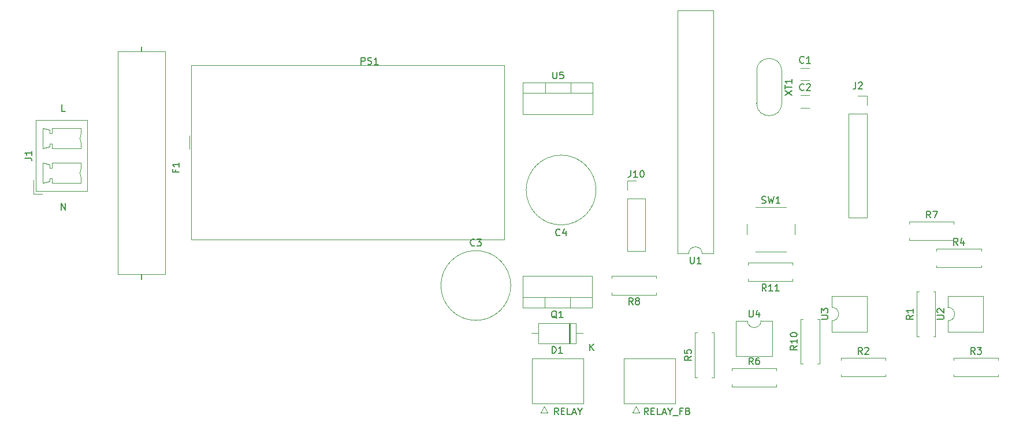
<source format=gbr>
G04 #@! TF.GenerationSoftware,KiCad,Pcbnew,(5.1.5)-3*
G04 #@! TF.CreationDate,2020-07-19T03:42:33+05:30*
G04 #@! TF.ProjectId,HA-V1.0,48412d56-312e-4302-9e6b-696361645f70,rev?*
G04 #@! TF.SameCoordinates,Original*
G04 #@! TF.FileFunction,Legend,Top*
G04 #@! TF.FilePolarity,Positive*
%FSLAX46Y46*%
G04 Gerber Fmt 4.6, Leading zero omitted, Abs format (unit mm)*
G04 Created by KiCad (PCBNEW (5.1.5)-3) date 2020-07-19 03:42:33*
%MOMM*%
%LPD*%
G04 APERTURE LIST*
%ADD10C,0.150000*%
%ADD11C,0.120000*%
G04 APERTURE END LIST*
D10*
X54714285Y-94452380D02*
X54714285Y-93452380D01*
X55285714Y-94452380D01*
X55285714Y-93452380D01*
X55309523Y-79952380D02*
X54833333Y-79952380D01*
X54833333Y-78952380D01*
D11*
X73800000Y-73200000D02*
X73800000Y-98800000D01*
X73800000Y-98800000D02*
X119700000Y-98800000D01*
X73800000Y-73200000D02*
X119700000Y-73200000D01*
X119700000Y-73200000D02*
X119700000Y-98800000D01*
X73500000Y-83500000D02*
X73500000Y-85500000D01*
X156650000Y-78750000D02*
G75*
G03X160350000Y-78750000I1850000J0D01*
G01*
X156650000Y-74050000D02*
G75*
G02X160350000Y-74050000I1850000J0D01*
G01*
X156650000Y-74050000D02*
X156650000Y-78750000D01*
X160350000Y-74050000D02*
X160350000Y-78750000D01*
X129391000Y-75730000D02*
X129391000Y-77240000D01*
X125690000Y-75730000D02*
X125690000Y-77240000D01*
X122420000Y-77240000D02*
X132660000Y-77240000D01*
X132660000Y-75730000D02*
X132660000Y-80371000D01*
X122420000Y-75730000D02*
X122420000Y-80371000D01*
X122420000Y-80371000D02*
X132660000Y-80371000D01*
X122420000Y-75730000D02*
X132660000Y-75730000D01*
X158960000Y-110670000D02*
X157310000Y-110670000D01*
X158960000Y-115870000D02*
X158960000Y-110670000D01*
X153660000Y-115870000D02*
X158960000Y-115870000D01*
X153660000Y-110670000D02*
X153660000Y-115870000D01*
X155310000Y-110670000D02*
X153660000Y-110670000D01*
X157310000Y-110670000D02*
G75*
G02X155310000Y-110670000I-1000000J0D01*
G01*
X167670000Y-107040000D02*
X167670000Y-108690000D01*
X172870000Y-107040000D02*
X167670000Y-107040000D01*
X172870000Y-112340000D02*
X172870000Y-107040000D01*
X167670000Y-112340000D02*
X172870000Y-112340000D01*
X167670000Y-110690000D02*
X167670000Y-112340000D01*
X167670000Y-108690000D02*
G75*
G02X167670000Y-110690000I0J-1000000D01*
G01*
X184670000Y-107040000D02*
X184670000Y-108690000D01*
X189870000Y-107040000D02*
X184670000Y-107040000D01*
X189870000Y-112340000D02*
X189870000Y-107040000D01*
X184670000Y-112340000D02*
X189870000Y-112340000D01*
X184670000Y-110690000D02*
X184670000Y-112340000D01*
X184670000Y-108690000D02*
G75*
G02X184670000Y-110690000I0J-1000000D01*
G01*
X145040000Y-100830000D02*
X146690000Y-100830000D01*
X145040000Y-65150000D02*
X145040000Y-100830000D01*
X150340000Y-65150000D02*
X145040000Y-65150000D01*
X150340000Y-100830000D02*
X150340000Y-65150000D01*
X148690000Y-100830000D02*
X150340000Y-100830000D01*
X146690000Y-100830000D02*
G75*
G02X148690000Y-100830000I1000000J0D01*
G01*
X162250000Y-98000000D02*
X162250000Y-96500000D01*
X161000000Y-94000000D02*
X156500000Y-94000000D01*
X155250000Y-96500000D02*
X155250000Y-98000000D01*
X156500000Y-100500000D02*
X161000000Y-100500000D01*
X155420000Y-102130000D02*
X155420000Y-102460000D01*
X161960000Y-102130000D02*
X155420000Y-102130000D01*
X161960000Y-102460000D02*
X161960000Y-102130000D01*
X155420000Y-104870000D02*
X155420000Y-104540000D01*
X161960000Y-104870000D02*
X155420000Y-104870000D01*
X161960000Y-104540000D02*
X161960000Y-104870000D01*
X165870000Y-110420000D02*
X165540000Y-110420000D01*
X165870000Y-116960000D02*
X165870000Y-110420000D01*
X165540000Y-116960000D02*
X165870000Y-116960000D01*
X163130000Y-110420000D02*
X163460000Y-110420000D01*
X163130000Y-116960000D02*
X163130000Y-110420000D01*
X163460000Y-116960000D02*
X163130000Y-116960000D01*
X135420000Y-104130000D02*
X135420000Y-104460000D01*
X141960000Y-104130000D02*
X135420000Y-104130000D01*
X141960000Y-104460000D02*
X141960000Y-104130000D01*
X135420000Y-106870000D02*
X135420000Y-106540000D01*
X141960000Y-106870000D02*
X135420000Y-106870000D01*
X141960000Y-106540000D02*
X141960000Y-106870000D01*
X185580000Y-98870000D02*
X185580000Y-98540000D01*
X179040000Y-98870000D02*
X185580000Y-98870000D01*
X179040000Y-98540000D02*
X179040000Y-98870000D01*
X185580000Y-96130000D02*
X185580000Y-96460000D01*
X179040000Y-96130000D02*
X185580000Y-96130000D01*
X179040000Y-96460000D02*
X179040000Y-96130000D01*
X159580000Y-120370000D02*
X159580000Y-120040000D01*
X153040000Y-120370000D02*
X159580000Y-120370000D01*
X153040000Y-120040000D02*
X153040000Y-120370000D01*
X159580000Y-117630000D02*
X159580000Y-117960000D01*
X153040000Y-117630000D02*
X159580000Y-117630000D01*
X153040000Y-117960000D02*
X153040000Y-117630000D01*
X150370000Y-112420000D02*
X150040000Y-112420000D01*
X150370000Y-118960000D02*
X150370000Y-112420000D01*
X150040000Y-118960000D02*
X150370000Y-118960000D01*
X147630000Y-112420000D02*
X147960000Y-112420000D01*
X147630000Y-118960000D02*
X147630000Y-112420000D01*
X147960000Y-118960000D02*
X147630000Y-118960000D01*
X189580000Y-102870000D02*
X189580000Y-102540000D01*
X183040000Y-102870000D02*
X189580000Y-102870000D01*
X183040000Y-102540000D02*
X183040000Y-102870000D01*
X189580000Y-100130000D02*
X189580000Y-100460000D01*
X183040000Y-100130000D02*
X189580000Y-100130000D01*
X183040000Y-100460000D02*
X183040000Y-100130000D01*
X192080000Y-118870000D02*
X192080000Y-118540000D01*
X185540000Y-118870000D02*
X192080000Y-118870000D01*
X185540000Y-118540000D02*
X185540000Y-118870000D01*
X192080000Y-116130000D02*
X192080000Y-116460000D01*
X185540000Y-116130000D02*
X192080000Y-116130000D01*
X185540000Y-116460000D02*
X185540000Y-116130000D01*
X175580000Y-118870000D02*
X175580000Y-118540000D01*
X169040000Y-118870000D02*
X175580000Y-118870000D01*
X169040000Y-118540000D02*
X169040000Y-118870000D01*
X175580000Y-116130000D02*
X175580000Y-116460000D01*
X169040000Y-116130000D02*
X175580000Y-116130000D01*
X169040000Y-116460000D02*
X169040000Y-116130000D01*
X182870000Y-106420000D02*
X182540000Y-106420000D01*
X182870000Y-112960000D02*
X182870000Y-106420000D01*
X182540000Y-112960000D02*
X182870000Y-112960000D01*
X180130000Y-106420000D02*
X180460000Y-106420000D01*
X180130000Y-112960000D02*
X180130000Y-106420000D01*
X180460000Y-112960000D02*
X180130000Y-112960000D01*
X125609000Y-108770000D02*
X125609000Y-107260000D01*
X129310000Y-108770000D02*
X129310000Y-107260000D01*
X132580000Y-107260000D02*
X122340000Y-107260000D01*
X122340000Y-108770000D02*
X122340000Y-104129000D01*
X132580000Y-108770000D02*
X132580000Y-104129000D01*
X132580000Y-104129000D02*
X122340000Y-104129000D01*
X132580000Y-108770000D02*
X122340000Y-108770000D01*
X137670000Y-90170000D02*
X139000000Y-90170000D01*
X137670000Y-91500000D02*
X137670000Y-90170000D01*
X137670000Y-92770000D02*
X140330000Y-92770000D01*
X140330000Y-92770000D02*
X140330000Y-100450000D01*
X137670000Y-92770000D02*
X137670000Y-100450000D01*
X137670000Y-100450000D02*
X140330000Y-100450000D01*
X126000000Y-124200000D02*
X125000000Y-124200000D01*
X125500000Y-123200000D02*
X126000000Y-124200000D01*
X125000000Y-124200000D02*
X125500000Y-123200000D01*
X131240000Y-122810000D02*
X127480000Y-122810000D01*
X131240000Y-116190000D02*
X131240000Y-122810000D01*
X127480000Y-116190000D02*
X131240000Y-116190000D01*
X123720000Y-122810000D02*
X127480000Y-122810000D01*
X123720000Y-116190000D02*
X123720000Y-122810000D01*
X127480000Y-116190000D02*
X123720000Y-116190000D01*
X139500000Y-124200000D02*
X138500000Y-124200000D01*
X139000000Y-123200000D02*
X139500000Y-124200000D01*
X138500000Y-124200000D02*
X139000000Y-123200000D01*
X144740000Y-122810000D02*
X140980000Y-122810000D01*
X144740000Y-116190000D02*
X144740000Y-122810000D01*
X140980000Y-116190000D02*
X144740000Y-116190000D01*
X137220000Y-122810000D02*
X140980000Y-122810000D01*
X137220000Y-116190000D02*
X137220000Y-122810000D01*
X140980000Y-116190000D02*
X137220000Y-116190000D01*
X171500000Y-77670000D02*
X172830000Y-77670000D01*
X172830000Y-77670000D02*
X172830000Y-79000000D01*
X172830000Y-80270000D02*
X172830000Y-95570000D01*
X170170000Y-95570000D02*
X172830000Y-95570000D01*
X170170000Y-80270000D02*
X170170000Y-95570000D01*
X170170000Y-80270000D02*
X172830000Y-80270000D01*
X50650000Y-92040000D02*
X50650000Y-90040000D01*
X51900000Y-92040000D02*
X50650000Y-92040000D01*
X57650000Y-82420000D02*
X57650000Y-83170000D01*
X53350000Y-82420000D02*
X57650000Y-82420000D01*
X53350000Y-83170000D02*
X53350000Y-82420000D01*
X53000000Y-83170000D02*
X53350000Y-83170000D01*
X53000000Y-82670000D02*
X53000000Y-83170000D01*
X52000000Y-82420000D02*
X53000000Y-82670000D01*
X52000000Y-85420000D02*
X52000000Y-82420000D01*
X53000000Y-85170000D02*
X52000000Y-85420000D01*
X53000000Y-84670000D02*
X53000000Y-85170000D01*
X53350000Y-84670000D02*
X53000000Y-84670000D01*
X53350000Y-85420000D02*
X53350000Y-84670000D01*
X57650000Y-85420000D02*
X53350000Y-85420000D01*
X57650000Y-84670000D02*
X57650000Y-85420000D01*
X57650000Y-87500000D02*
X57650000Y-88250000D01*
X53350000Y-87500000D02*
X57650000Y-87500000D01*
X53350000Y-88250000D02*
X53350000Y-87500000D01*
X53000000Y-88250000D02*
X53350000Y-88250000D01*
X53000000Y-87750000D02*
X53000000Y-88250000D01*
X52000000Y-87500000D02*
X53000000Y-87750000D01*
X52000000Y-90500000D02*
X52000000Y-87500000D01*
X53000000Y-90250000D02*
X52000000Y-90500000D01*
X53000000Y-89750000D02*
X53000000Y-90250000D01*
X53350000Y-89750000D02*
X53000000Y-89750000D01*
X53350000Y-90500000D02*
X53350000Y-89750000D01*
X57650000Y-90500000D02*
X53350000Y-90500000D01*
X57650000Y-89750000D02*
X57650000Y-90500000D01*
X51040000Y-81270000D02*
X51040000Y-91650000D01*
X58510000Y-81270000D02*
X51040000Y-81270000D01*
X58510000Y-91650000D02*
X58510000Y-81270000D01*
X51040000Y-91650000D02*
X58510000Y-91650000D01*
X57649845Y-83170353D02*
G75*
G03X57650000Y-84670000I1700155J-749647D01*
G01*
X57649845Y-88250353D02*
G75*
G03X57650000Y-89750000I1700155J-749647D01*
G01*
X70000000Y-103820000D02*
X70000000Y-71180000D01*
X70000000Y-71180000D02*
X63000000Y-71180000D01*
X63000000Y-103820000D02*
X70000000Y-103820000D01*
X63000000Y-103820000D02*
X63000000Y-71180000D01*
D10*
X66500000Y-104600000D02*
X66500000Y-103820000D01*
X66500000Y-71180000D02*
X66500000Y-70500000D01*
D11*
X129360000Y-113970000D02*
X129360000Y-111030000D01*
X129120000Y-113970000D02*
X129120000Y-111030000D01*
X129240000Y-113970000D02*
X129240000Y-111030000D01*
X123680000Y-112500000D02*
X124700000Y-112500000D01*
X131160000Y-112500000D02*
X130140000Y-112500000D01*
X124700000Y-113970000D02*
X130140000Y-113970000D01*
X124700000Y-111030000D02*
X124700000Y-113970000D01*
X130140000Y-111030000D02*
X124700000Y-111030000D01*
X130140000Y-113970000D02*
X130140000Y-111030000D01*
X133120000Y-91500000D02*
G75*
G03X133120000Y-91500000I-5120000J0D01*
G01*
X120620000Y-105500000D02*
G75*
G03X120620000Y-105500000I-5120000J0D01*
G01*
X163121000Y-79420000D02*
X164379000Y-79420000D01*
X163121000Y-77580000D02*
X164379000Y-77580000D01*
X163121000Y-75420000D02*
X164379000Y-75420000D01*
X163121000Y-73580000D02*
X164379000Y-73580000D01*
D10*
X98705714Y-73072380D02*
X98705714Y-72072380D01*
X99086666Y-72072380D01*
X99181904Y-72120000D01*
X99229523Y-72167619D01*
X99277142Y-72262857D01*
X99277142Y-72405714D01*
X99229523Y-72500952D01*
X99181904Y-72548571D01*
X99086666Y-72596190D01*
X98705714Y-72596190D01*
X99658095Y-73024761D02*
X99800952Y-73072380D01*
X100039047Y-73072380D01*
X100134285Y-73024761D01*
X100181904Y-72977142D01*
X100229523Y-72881904D01*
X100229523Y-72786666D01*
X100181904Y-72691428D01*
X100134285Y-72643809D01*
X100039047Y-72596190D01*
X99848571Y-72548571D01*
X99753333Y-72500952D01*
X99705714Y-72453333D01*
X99658095Y-72358095D01*
X99658095Y-72262857D01*
X99705714Y-72167619D01*
X99753333Y-72120000D01*
X99848571Y-72072380D01*
X100086666Y-72072380D01*
X100229523Y-72120000D01*
X101181904Y-73072380D02*
X100610476Y-73072380D01*
X100896190Y-73072380D02*
X100896190Y-72072380D01*
X100800952Y-72215238D01*
X100705714Y-72310476D01*
X100610476Y-72358095D01*
X160802380Y-77590476D02*
X161802380Y-76923809D01*
X160802380Y-76923809D02*
X161802380Y-77590476D01*
X160802380Y-76685714D02*
X160802380Y-76114285D01*
X161802380Y-76400000D02*
X160802380Y-76400000D01*
X161802380Y-75257142D02*
X161802380Y-75828571D01*
X161802380Y-75542857D02*
X160802380Y-75542857D01*
X160945238Y-75638095D01*
X161040476Y-75733333D01*
X161088095Y-75828571D01*
X126778095Y-74182380D02*
X126778095Y-74991904D01*
X126825714Y-75087142D01*
X126873333Y-75134761D01*
X126968571Y-75182380D01*
X127159047Y-75182380D01*
X127254285Y-75134761D01*
X127301904Y-75087142D01*
X127349523Y-74991904D01*
X127349523Y-74182380D01*
X128301904Y-74182380D02*
X127825714Y-74182380D01*
X127778095Y-74658571D01*
X127825714Y-74610952D01*
X127920952Y-74563333D01*
X128159047Y-74563333D01*
X128254285Y-74610952D01*
X128301904Y-74658571D01*
X128349523Y-74753809D01*
X128349523Y-74991904D01*
X128301904Y-75087142D01*
X128254285Y-75134761D01*
X128159047Y-75182380D01*
X127920952Y-75182380D01*
X127825714Y-75134761D01*
X127778095Y-75087142D01*
X155548095Y-109122380D02*
X155548095Y-109931904D01*
X155595714Y-110027142D01*
X155643333Y-110074761D01*
X155738571Y-110122380D01*
X155929047Y-110122380D01*
X156024285Y-110074761D01*
X156071904Y-110027142D01*
X156119523Y-109931904D01*
X156119523Y-109122380D01*
X157024285Y-109455714D02*
X157024285Y-110122380D01*
X156786190Y-109074761D02*
X156548095Y-109789047D01*
X157167142Y-109789047D01*
X166122380Y-110451904D02*
X166931904Y-110451904D01*
X167027142Y-110404285D01*
X167074761Y-110356666D01*
X167122380Y-110261428D01*
X167122380Y-110070952D01*
X167074761Y-109975714D01*
X167027142Y-109928095D01*
X166931904Y-109880476D01*
X166122380Y-109880476D01*
X166122380Y-109499523D02*
X166122380Y-108880476D01*
X166503333Y-109213809D01*
X166503333Y-109070952D01*
X166550952Y-108975714D01*
X166598571Y-108928095D01*
X166693809Y-108880476D01*
X166931904Y-108880476D01*
X167027142Y-108928095D01*
X167074761Y-108975714D01*
X167122380Y-109070952D01*
X167122380Y-109356666D01*
X167074761Y-109451904D01*
X167027142Y-109499523D01*
X183122380Y-110451904D02*
X183931904Y-110451904D01*
X184027142Y-110404285D01*
X184074761Y-110356666D01*
X184122380Y-110261428D01*
X184122380Y-110070952D01*
X184074761Y-109975714D01*
X184027142Y-109928095D01*
X183931904Y-109880476D01*
X183122380Y-109880476D01*
X183217619Y-109451904D02*
X183170000Y-109404285D01*
X183122380Y-109309047D01*
X183122380Y-109070952D01*
X183170000Y-108975714D01*
X183217619Y-108928095D01*
X183312857Y-108880476D01*
X183408095Y-108880476D01*
X183550952Y-108928095D01*
X184122380Y-109499523D01*
X184122380Y-108880476D01*
X146928095Y-101282380D02*
X146928095Y-102091904D01*
X146975714Y-102187142D01*
X147023333Y-102234761D01*
X147118571Y-102282380D01*
X147309047Y-102282380D01*
X147404285Y-102234761D01*
X147451904Y-102187142D01*
X147499523Y-102091904D01*
X147499523Y-101282380D01*
X148499523Y-102282380D02*
X147928095Y-102282380D01*
X148213809Y-102282380D02*
X148213809Y-101282380D01*
X148118571Y-101425238D01*
X148023333Y-101520476D01*
X147928095Y-101568095D01*
X157416666Y-93404761D02*
X157559523Y-93452380D01*
X157797619Y-93452380D01*
X157892857Y-93404761D01*
X157940476Y-93357142D01*
X157988095Y-93261904D01*
X157988095Y-93166666D01*
X157940476Y-93071428D01*
X157892857Y-93023809D01*
X157797619Y-92976190D01*
X157607142Y-92928571D01*
X157511904Y-92880952D01*
X157464285Y-92833333D01*
X157416666Y-92738095D01*
X157416666Y-92642857D01*
X157464285Y-92547619D01*
X157511904Y-92500000D01*
X157607142Y-92452380D01*
X157845238Y-92452380D01*
X157988095Y-92500000D01*
X158321428Y-92452380D02*
X158559523Y-93452380D01*
X158750000Y-92738095D01*
X158940476Y-93452380D01*
X159178571Y-92452380D01*
X160083333Y-93452380D02*
X159511904Y-93452380D01*
X159797619Y-93452380D02*
X159797619Y-92452380D01*
X159702380Y-92595238D01*
X159607142Y-92690476D01*
X159511904Y-92738095D01*
X158047142Y-106322380D02*
X157713809Y-105846190D01*
X157475714Y-106322380D02*
X157475714Y-105322380D01*
X157856666Y-105322380D01*
X157951904Y-105370000D01*
X157999523Y-105417619D01*
X158047142Y-105512857D01*
X158047142Y-105655714D01*
X157999523Y-105750952D01*
X157951904Y-105798571D01*
X157856666Y-105846190D01*
X157475714Y-105846190D01*
X158999523Y-106322380D02*
X158428095Y-106322380D01*
X158713809Y-106322380D02*
X158713809Y-105322380D01*
X158618571Y-105465238D01*
X158523333Y-105560476D01*
X158428095Y-105608095D01*
X159951904Y-106322380D02*
X159380476Y-106322380D01*
X159666190Y-106322380D02*
X159666190Y-105322380D01*
X159570952Y-105465238D01*
X159475714Y-105560476D01*
X159380476Y-105608095D01*
X162582380Y-114332857D02*
X162106190Y-114666190D01*
X162582380Y-114904285D02*
X161582380Y-114904285D01*
X161582380Y-114523333D01*
X161630000Y-114428095D01*
X161677619Y-114380476D01*
X161772857Y-114332857D01*
X161915714Y-114332857D01*
X162010952Y-114380476D01*
X162058571Y-114428095D01*
X162106190Y-114523333D01*
X162106190Y-114904285D01*
X162582380Y-113380476D02*
X162582380Y-113951904D01*
X162582380Y-113666190D02*
X161582380Y-113666190D01*
X161725238Y-113761428D01*
X161820476Y-113856666D01*
X161868095Y-113951904D01*
X161582380Y-112761428D02*
X161582380Y-112666190D01*
X161630000Y-112570952D01*
X161677619Y-112523333D01*
X161772857Y-112475714D01*
X161963333Y-112428095D01*
X162201428Y-112428095D01*
X162391904Y-112475714D01*
X162487142Y-112523333D01*
X162534761Y-112570952D01*
X162582380Y-112666190D01*
X162582380Y-112761428D01*
X162534761Y-112856666D01*
X162487142Y-112904285D01*
X162391904Y-112951904D01*
X162201428Y-112999523D01*
X161963333Y-112999523D01*
X161772857Y-112951904D01*
X161677619Y-112904285D01*
X161630000Y-112856666D01*
X161582380Y-112761428D01*
X138523333Y-108322380D02*
X138190000Y-107846190D01*
X137951904Y-108322380D02*
X137951904Y-107322380D01*
X138332857Y-107322380D01*
X138428095Y-107370000D01*
X138475714Y-107417619D01*
X138523333Y-107512857D01*
X138523333Y-107655714D01*
X138475714Y-107750952D01*
X138428095Y-107798571D01*
X138332857Y-107846190D01*
X137951904Y-107846190D01*
X139094761Y-107750952D02*
X138999523Y-107703333D01*
X138951904Y-107655714D01*
X138904285Y-107560476D01*
X138904285Y-107512857D01*
X138951904Y-107417619D01*
X138999523Y-107370000D01*
X139094761Y-107322380D01*
X139285238Y-107322380D01*
X139380476Y-107370000D01*
X139428095Y-107417619D01*
X139475714Y-107512857D01*
X139475714Y-107560476D01*
X139428095Y-107655714D01*
X139380476Y-107703333D01*
X139285238Y-107750952D01*
X139094761Y-107750952D01*
X138999523Y-107798571D01*
X138951904Y-107846190D01*
X138904285Y-107941428D01*
X138904285Y-108131904D01*
X138951904Y-108227142D01*
X138999523Y-108274761D01*
X139094761Y-108322380D01*
X139285238Y-108322380D01*
X139380476Y-108274761D01*
X139428095Y-108227142D01*
X139475714Y-108131904D01*
X139475714Y-107941428D01*
X139428095Y-107846190D01*
X139380476Y-107798571D01*
X139285238Y-107750952D01*
X182143333Y-95582380D02*
X181810000Y-95106190D01*
X181571904Y-95582380D02*
X181571904Y-94582380D01*
X181952857Y-94582380D01*
X182048095Y-94630000D01*
X182095714Y-94677619D01*
X182143333Y-94772857D01*
X182143333Y-94915714D01*
X182095714Y-95010952D01*
X182048095Y-95058571D01*
X181952857Y-95106190D01*
X181571904Y-95106190D01*
X182476666Y-94582380D02*
X183143333Y-94582380D01*
X182714761Y-95582380D01*
X156143333Y-117082380D02*
X155810000Y-116606190D01*
X155571904Y-117082380D02*
X155571904Y-116082380D01*
X155952857Y-116082380D01*
X156048095Y-116130000D01*
X156095714Y-116177619D01*
X156143333Y-116272857D01*
X156143333Y-116415714D01*
X156095714Y-116510952D01*
X156048095Y-116558571D01*
X155952857Y-116606190D01*
X155571904Y-116606190D01*
X157000476Y-116082380D02*
X156810000Y-116082380D01*
X156714761Y-116130000D01*
X156667142Y-116177619D01*
X156571904Y-116320476D01*
X156524285Y-116510952D01*
X156524285Y-116891904D01*
X156571904Y-116987142D01*
X156619523Y-117034761D01*
X156714761Y-117082380D01*
X156905238Y-117082380D01*
X157000476Y-117034761D01*
X157048095Y-116987142D01*
X157095714Y-116891904D01*
X157095714Y-116653809D01*
X157048095Y-116558571D01*
X157000476Y-116510952D01*
X156905238Y-116463333D01*
X156714761Y-116463333D01*
X156619523Y-116510952D01*
X156571904Y-116558571D01*
X156524285Y-116653809D01*
X147082380Y-115856666D02*
X146606190Y-116190000D01*
X147082380Y-116428095D02*
X146082380Y-116428095D01*
X146082380Y-116047142D01*
X146130000Y-115951904D01*
X146177619Y-115904285D01*
X146272857Y-115856666D01*
X146415714Y-115856666D01*
X146510952Y-115904285D01*
X146558571Y-115951904D01*
X146606190Y-116047142D01*
X146606190Y-116428095D01*
X146082380Y-114951904D02*
X146082380Y-115428095D01*
X146558571Y-115475714D01*
X146510952Y-115428095D01*
X146463333Y-115332857D01*
X146463333Y-115094761D01*
X146510952Y-114999523D01*
X146558571Y-114951904D01*
X146653809Y-114904285D01*
X146891904Y-114904285D01*
X146987142Y-114951904D01*
X147034761Y-114999523D01*
X147082380Y-115094761D01*
X147082380Y-115332857D01*
X147034761Y-115428095D01*
X146987142Y-115475714D01*
X186143333Y-99582380D02*
X185810000Y-99106190D01*
X185571904Y-99582380D02*
X185571904Y-98582380D01*
X185952857Y-98582380D01*
X186048095Y-98630000D01*
X186095714Y-98677619D01*
X186143333Y-98772857D01*
X186143333Y-98915714D01*
X186095714Y-99010952D01*
X186048095Y-99058571D01*
X185952857Y-99106190D01*
X185571904Y-99106190D01*
X187000476Y-98915714D02*
X187000476Y-99582380D01*
X186762380Y-98534761D02*
X186524285Y-99249047D01*
X187143333Y-99249047D01*
X188643333Y-115582380D02*
X188310000Y-115106190D01*
X188071904Y-115582380D02*
X188071904Y-114582380D01*
X188452857Y-114582380D01*
X188548095Y-114630000D01*
X188595714Y-114677619D01*
X188643333Y-114772857D01*
X188643333Y-114915714D01*
X188595714Y-115010952D01*
X188548095Y-115058571D01*
X188452857Y-115106190D01*
X188071904Y-115106190D01*
X188976666Y-114582380D02*
X189595714Y-114582380D01*
X189262380Y-114963333D01*
X189405238Y-114963333D01*
X189500476Y-115010952D01*
X189548095Y-115058571D01*
X189595714Y-115153809D01*
X189595714Y-115391904D01*
X189548095Y-115487142D01*
X189500476Y-115534761D01*
X189405238Y-115582380D01*
X189119523Y-115582380D01*
X189024285Y-115534761D01*
X188976666Y-115487142D01*
X172143333Y-115582380D02*
X171810000Y-115106190D01*
X171571904Y-115582380D02*
X171571904Y-114582380D01*
X171952857Y-114582380D01*
X172048095Y-114630000D01*
X172095714Y-114677619D01*
X172143333Y-114772857D01*
X172143333Y-114915714D01*
X172095714Y-115010952D01*
X172048095Y-115058571D01*
X171952857Y-115106190D01*
X171571904Y-115106190D01*
X172524285Y-114677619D02*
X172571904Y-114630000D01*
X172667142Y-114582380D01*
X172905238Y-114582380D01*
X173000476Y-114630000D01*
X173048095Y-114677619D01*
X173095714Y-114772857D01*
X173095714Y-114868095D01*
X173048095Y-115010952D01*
X172476666Y-115582380D01*
X173095714Y-115582380D01*
X179582380Y-109856666D02*
X179106190Y-110190000D01*
X179582380Y-110428095D02*
X178582380Y-110428095D01*
X178582380Y-110047142D01*
X178630000Y-109951904D01*
X178677619Y-109904285D01*
X178772857Y-109856666D01*
X178915714Y-109856666D01*
X179010952Y-109904285D01*
X179058571Y-109951904D01*
X179106190Y-110047142D01*
X179106190Y-110428095D01*
X179582380Y-108904285D02*
X179582380Y-109475714D01*
X179582380Y-109190000D02*
X178582380Y-109190000D01*
X178725238Y-109285238D01*
X178820476Y-109380476D01*
X178868095Y-109475714D01*
X127364761Y-110317619D02*
X127269523Y-110270000D01*
X127174285Y-110174761D01*
X127031428Y-110031904D01*
X126936190Y-109984285D01*
X126840952Y-109984285D01*
X126888571Y-110222380D02*
X126793333Y-110174761D01*
X126698095Y-110079523D01*
X126650476Y-109889047D01*
X126650476Y-109555714D01*
X126698095Y-109365238D01*
X126793333Y-109270000D01*
X126888571Y-109222380D01*
X127079047Y-109222380D01*
X127174285Y-109270000D01*
X127269523Y-109365238D01*
X127317142Y-109555714D01*
X127317142Y-109889047D01*
X127269523Y-110079523D01*
X127174285Y-110174761D01*
X127079047Y-110222380D01*
X126888571Y-110222380D01*
X128269523Y-110222380D02*
X127698095Y-110222380D01*
X127983809Y-110222380D02*
X127983809Y-109222380D01*
X127888571Y-109365238D01*
X127793333Y-109460476D01*
X127698095Y-109508095D01*
X138190476Y-88622380D02*
X138190476Y-89336666D01*
X138142857Y-89479523D01*
X138047619Y-89574761D01*
X137904761Y-89622380D01*
X137809523Y-89622380D01*
X139190476Y-89622380D02*
X138619047Y-89622380D01*
X138904761Y-89622380D02*
X138904761Y-88622380D01*
X138809523Y-88765238D01*
X138714285Y-88860476D01*
X138619047Y-88908095D01*
X139809523Y-88622380D02*
X139904761Y-88622380D01*
X140000000Y-88670000D01*
X140047619Y-88717619D01*
X140095238Y-88812857D01*
X140142857Y-89003333D01*
X140142857Y-89241428D01*
X140095238Y-89431904D01*
X140047619Y-89527142D01*
X140000000Y-89574761D01*
X139904761Y-89622380D01*
X139809523Y-89622380D01*
X139714285Y-89574761D01*
X139666666Y-89527142D01*
X139619047Y-89431904D01*
X139571428Y-89241428D01*
X139571428Y-89003333D01*
X139619047Y-88812857D01*
X139666666Y-88717619D01*
X139714285Y-88670000D01*
X139809523Y-88622380D01*
X127595238Y-124452380D02*
X127261904Y-123976190D01*
X127023809Y-124452380D02*
X127023809Y-123452380D01*
X127404761Y-123452380D01*
X127500000Y-123500000D01*
X127547619Y-123547619D01*
X127595238Y-123642857D01*
X127595238Y-123785714D01*
X127547619Y-123880952D01*
X127500000Y-123928571D01*
X127404761Y-123976190D01*
X127023809Y-123976190D01*
X128023809Y-123928571D02*
X128357142Y-123928571D01*
X128500000Y-124452380D02*
X128023809Y-124452380D01*
X128023809Y-123452380D01*
X128500000Y-123452380D01*
X129404761Y-124452380D02*
X128928571Y-124452380D01*
X128928571Y-123452380D01*
X129690476Y-124166666D02*
X130166666Y-124166666D01*
X129595238Y-124452380D02*
X129928571Y-123452380D01*
X130261904Y-124452380D01*
X130785714Y-123976190D02*
X130785714Y-124452380D01*
X130452380Y-123452380D02*
X130785714Y-123976190D01*
X131119047Y-123452380D01*
X140785714Y-124452380D02*
X140452380Y-123976190D01*
X140214285Y-124452380D02*
X140214285Y-123452380D01*
X140595238Y-123452380D01*
X140690476Y-123500000D01*
X140738095Y-123547619D01*
X140785714Y-123642857D01*
X140785714Y-123785714D01*
X140738095Y-123880952D01*
X140690476Y-123928571D01*
X140595238Y-123976190D01*
X140214285Y-123976190D01*
X141214285Y-123928571D02*
X141547619Y-123928571D01*
X141690476Y-124452380D02*
X141214285Y-124452380D01*
X141214285Y-123452380D01*
X141690476Y-123452380D01*
X142595238Y-124452380D02*
X142119047Y-124452380D01*
X142119047Y-123452380D01*
X142880952Y-124166666D02*
X143357142Y-124166666D01*
X142785714Y-124452380D02*
X143119047Y-123452380D01*
X143452380Y-124452380D01*
X143976190Y-123976190D02*
X143976190Y-124452380D01*
X143642857Y-123452380D02*
X143976190Y-123976190D01*
X144309523Y-123452380D01*
X144404761Y-124547619D02*
X145166666Y-124547619D01*
X145738095Y-123928571D02*
X145404761Y-123928571D01*
X145404761Y-124452380D02*
X145404761Y-123452380D01*
X145880952Y-123452380D01*
X146595238Y-123928571D02*
X146738095Y-123976190D01*
X146785714Y-124023809D01*
X146833333Y-124119047D01*
X146833333Y-124261904D01*
X146785714Y-124357142D01*
X146738095Y-124404761D01*
X146642857Y-124452380D01*
X146261904Y-124452380D01*
X146261904Y-123452380D01*
X146595238Y-123452380D01*
X146690476Y-123500000D01*
X146738095Y-123547619D01*
X146785714Y-123642857D01*
X146785714Y-123738095D01*
X146738095Y-123833333D01*
X146690476Y-123880952D01*
X146595238Y-123928571D01*
X146261904Y-123928571D01*
X171166666Y-75682380D02*
X171166666Y-76396666D01*
X171119047Y-76539523D01*
X171023809Y-76634761D01*
X170880952Y-76682380D01*
X170785714Y-76682380D01*
X171595238Y-75777619D02*
X171642857Y-75730000D01*
X171738095Y-75682380D01*
X171976190Y-75682380D01*
X172071428Y-75730000D01*
X172119047Y-75777619D01*
X172166666Y-75872857D01*
X172166666Y-75968095D01*
X172119047Y-76110952D01*
X171547619Y-76682380D01*
X172166666Y-76682380D01*
X49402380Y-86793333D02*
X50116666Y-86793333D01*
X50259523Y-86840952D01*
X50354761Y-86936190D01*
X50402380Y-87079047D01*
X50402380Y-87174285D01*
X50402380Y-85793333D02*
X50402380Y-86364761D01*
X50402380Y-86079047D02*
X49402380Y-86079047D01*
X49545238Y-86174285D01*
X49640476Y-86269523D01*
X49688095Y-86364761D01*
X71508571Y-88553333D02*
X71508571Y-88886666D01*
X72032380Y-88886666D02*
X71032380Y-88886666D01*
X71032380Y-88410476D01*
X72032380Y-87505714D02*
X72032380Y-88077142D01*
X72032380Y-87791428D02*
X71032380Y-87791428D01*
X71175238Y-87886666D01*
X71270476Y-87981904D01*
X71318095Y-88077142D01*
X126681904Y-115422380D02*
X126681904Y-114422380D01*
X126920000Y-114422380D01*
X127062857Y-114470000D01*
X127158095Y-114565238D01*
X127205714Y-114660476D01*
X127253333Y-114850952D01*
X127253333Y-114993809D01*
X127205714Y-115184285D01*
X127158095Y-115279523D01*
X127062857Y-115374761D01*
X126920000Y-115422380D01*
X126681904Y-115422380D01*
X128205714Y-115422380D02*
X127634285Y-115422380D01*
X127920000Y-115422380D02*
X127920000Y-114422380D01*
X127824761Y-114565238D01*
X127729523Y-114660476D01*
X127634285Y-114708095D01*
X132238095Y-115052380D02*
X132238095Y-114052380D01*
X132809523Y-115052380D02*
X132380952Y-114480952D01*
X132809523Y-114052380D02*
X132238095Y-114623809D01*
X127833333Y-98107142D02*
X127785714Y-98154761D01*
X127642857Y-98202380D01*
X127547619Y-98202380D01*
X127404761Y-98154761D01*
X127309523Y-98059523D01*
X127261904Y-97964285D01*
X127214285Y-97773809D01*
X127214285Y-97630952D01*
X127261904Y-97440476D01*
X127309523Y-97345238D01*
X127404761Y-97250000D01*
X127547619Y-97202380D01*
X127642857Y-97202380D01*
X127785714Y-97250000D01*
X127833333Y-97297619D01*
X128690476Y-97535714D02*
X128690476Y-98202380D01*
X128452380Y-97154761D02*
X128214285Y-97869047D01*
X128833333Y-97869047D01*
X115333333Y-99607142D02*
X115285714Y-99654761D01*
X115142857Y-99702380D01*
X115047619Y-99702380D01*
X114904761Y-99654761D01*
X114809523Y-99559523D01*
X114761904Y-99464285D01*
X114714285Y-99273809D01*
X114714285Y-99130952D01*
X114761904Y-98940476D01*
X114809523Y-98845238D01*
X114904761Y-98750000D01*
X115047619Y-98702380D01*
X115142857Y-98702380D01*
X115285714Y-98750000D01*
X115333333Y-98797619D01*
X115666666Y-98702380D02*
X116285714Y-98702380D01*
X115952380Y-99083333D01*
X116095238Y-99083333D01*
X116190476Y-99130952D01*
X116238095Y-99178571D01*
X116285714Y-99273809D01*
X116285714Y-99511904D01*
X116238095Y-99607142D01*
X116190476Y-99654761D01*
X116095238Y-99702380D01*
X115809523Y-99702380D01*
X115714285Y-99654761D01*
X115666666Y-99607142D01*
X163583333Y-76807142D02*
X163535714Y-76854761D01*
X163392857Y-76902380D01*
X163297619Y-76902380D01*
X163154761Y-76854761D01*
X163059523Y-76759523D01*
X163011904Y-76664285D01*
X162964285Y-76473809D01*
X162964285Y-76330952D01*
X163011904Y-76140476D01*
X163059523Y-76045238D01*
X163154761Y-75950000D01*
X163297619Y-75902380D01*
X163392857Y-75902380D01*
X163535714Y-75950000D01*
X163583333Y-75997619D01*
X163964285Y-75997619D02*
X164011904Y-75950000D01*
X164107142Y-75902380D01*
X164345238Y-75902380D01*
X164440476Y-75950000D01*
X164488095Y-75997619D01*
X164535714Y-76092857D01*
X164535714Y-76188095D01*
X164488095Y-76330952D01*
X163916666Y-76902380D01*
X164535714Y-76902380D01*
X163583333Y-72807142D02*
X163535714Y-72854761D01*
X163392857Y-72902380D01*
X163297619Y-72902380D01*
X163154761Y-72854761D01*
X163059523Y-72759523D01*
X163011904Y-72664285D01*
X162964285Y-72473809D01*
X162964285Y-72330952D01*
X163011904Y-72140476D01*
X163059523Y-72045238D01*
X163154761Y-71950000D01*
X163297619Y-71902380D01*
X163392857Y-71902380D01*
X163535714Y-71950000D01*
X163583333Y-71997619D01*
X164535714Y-72902380D02*
X163964285Y-72902380D01*
X164250000Y-72902380D02*
X164250000Y-71902380D01*
X164154761Y-72045238D01*
X164059523Y-72140476D01*
X163964285Y-72188095D01*
M02*

</source>
